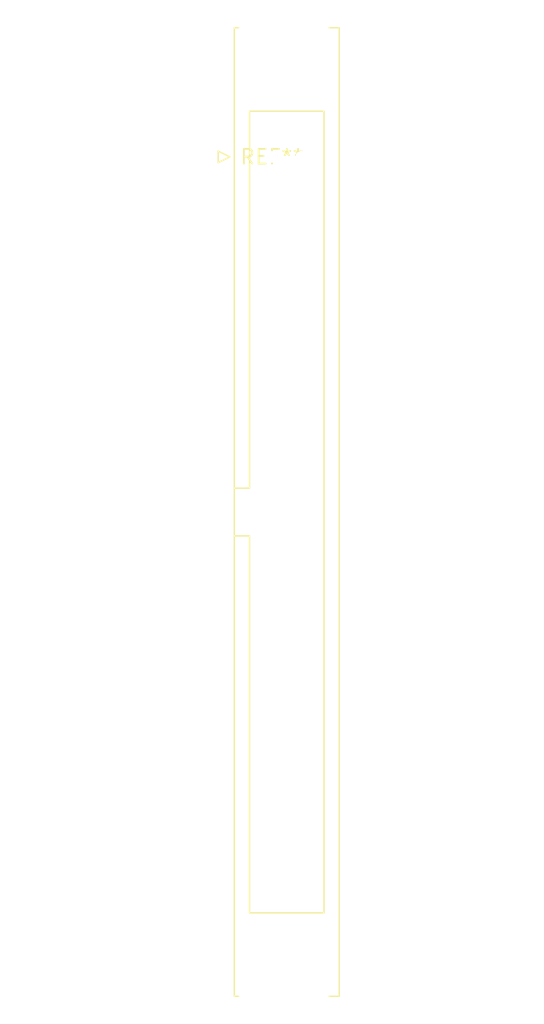
<source format=kicad_pcb>
(kicad_pcb (version 20240108) (generator pcbnew)
  (layers (0 "F.Cu" signal) (31 "B.Cu" signal) (34 "B.Paste" user) (35 "F.Paste" user) (36 "B.SilkS" user "B.Silkscreen") (37 "F.SilkS" user "F.Silkscreen") (38 "B.Mask" user) (39 "F.Mask" user) (44 "Edge.Cuts" user))
  (net 0 "")
  (footprint "IDC-Header_2x25-1MP_P2.54mm_Latch_Vertical" (layer "F.Cu") (at 0 0)
    (property "Reference" "REF**")
    (property "Value" "IDC-Header_2x25-1MP_P2.54mm_Latch_Vertical")
    (fp_line (start -4.63 -0.5) (end -4.63 0.5) (layer "F.SilkS") (stroke (width 0.12)))
    (fp_line (start -4.63 0.5) (end -3.63 0) (layer "F.SilkS") (stroke (width 0.12)))
    (fp_line (start -3.63 0) (end -4.63 -0.5) (layer "F.SilkS") (stroke (width 0.12)))
    (fp_line (start -3.24 -11.08) (end -3.24 72.04) (layer "F.SilkS") (stroke (width 0.12)))
    (fp_line (start -3.24 28.43) (end -1.93 28.43) (layer "F.SilkS") (stroke (width 0.12)))
    (fp_line (start -3.24 72.04) (end -2.87 72.04) (layer "F.SilkS") (stroke (width 0.12)))
    (fp_line (start -2.87 -11.08) (end -3.24 -11.08) (layer "F.SilkS") (stroke (width 0.12)))
    (fp_line (start -1.93 -3.92) (end 4.47 -3.92) (layer "F.SilkS") (stroke (width 0.12)))
    (fp_line (start -1.93 28.43) (end -1.93 -3.92) (layer "F.SilkS") (stroke (width 0.12)))
    (fp_line (start -1.93 32.53) (end -3.24 32.53) (layer "F.SilkS") (stroke (width 0.12)))
    (fp_line (start -1.93 32.53) (end -1.93 32.53) (layer "F.SilkS") (stroke (width 0.12)))
    (fp_line (start -1.93 64.88) (end -1.93 32.53) (layer "F.SilkS") (stroke (width 0.12)))
    (fp_line (start 4.47 -3.92) (end 4.47 64.88) (layer "F.SilkS") (stroke (width 0.12)))
    (fp_line (start 4.47 64.88) (end -1.93 64.88) (layer "F.SilkS") (stroke (width 0.12)))
    (fp_line (start 4.91 -11.08) (end 5.78 -11.08) (layer "F.SilkS") (stroke (width 0.12)))
    (fp_line (start 5.78 -11.08) (end 5.78 72.04) (layer "F.SilkS") (stroke (width 0.12)))
    (fp_line (start 5.78 72.04) (end 4.91 72.04) (layer "F.SilkS") (stroke (width 0.12)))
    (pad "1" thru_hole roundrect (at 0 0) (size 1.7 1.7) (drill 1) (layers *.Cu *.Mask) (remove_unused_layers) (roundrect_rratio 0.147059))
    (pad "2" thru_hole circle (at 2.54 0) (size 1.7 1.7) (drill 1) (layers *.Cu *.Mask) (remove_unused_layers))
    (pad "3" thru_hole circle (at 0 2.54) (size 1.7 1.7) (drill 1) (layers *.Cu *.Mask) (remove_unused_layers))
    (pad "4" thru_hole circle (at 2.54 2.54) (size 1.7 1.7) (drill 1) (layers *.Cu *.Mask) (remove_unused_layers))
    (pad "5" thru_hole circle (at 0 5.08) (size 1.7 1.7) (drill 1) (layers *.Cu *.Mask) (remove_unused_layers))
    (pad "6" thru_hole circle (at 2.54 5.08) (size 1.7 1.7) (drill 1) (layers *.Cu *.Mask) (remove_unused_layers))
    (pad "7" thru_hole circle (at 0 7.62) (size 1.7 1.7) (drill 1) (layers *.Cu *.Mask) (remove_unused_layers))
    (pad "8" thru_hole circle (at 2.54 7.62) (size 1.7 1.7) (drill 1) (layers *.Cu *.Mask) (remove_unused_layers))
    (pad "9" thru_hole circle (at 0 10.16) (size 1.7 1.7) (drill 1) (layers *.Cu *.Mask) (remove_unused_layers))
    (pad "10" thru_hole circle (at 2.54 10.16) (size 1.7 1.7) (drill 1) (layers *.Cu *.Mask) (remove_unused_layers))
    (pad "11" thru_hole circle (at 0 12.7) (size 1.7 1.7) (drill 1) (layers *.Cu *.Mask) (remove_unused_layers))
    (pad "12" thru_hole circle (at 2.54 12.7) (size 1.7 1.7) (drill 1) (layers *.Cu *.Mask) (remove_unused_layers))
    (pad "13" thru_hole circle (at 0 15.24) (size 1.7 1.7) (drill 1) (layers *.Cu *.Mask) (remove_unused_layers))
    (pad "14" thru_hole circle (at 2.54 15.24) (size 1.7 1.7) (drill 1) (layers *.Cu *.Mask) (remove_unused_layers))
    (pad "15" thru_hole circle (at 0 17.78) (size 1.7 1.7) (drill 1) (layers *.Cu *.Mask) (remove_unused_layers))
    (pad "16" thru_hole circle (at 2.54 17.78) (size 1.7 1.7) (drill 1) (layers *.Cu *.Mask) (remove_unused_layers))
    (pad "17" thru_hole circle (at 0 20.32) (size 1.7 1.7) (drill 1) (layers *.Cu *.Mask) (remove_unused_layers))
    (pad "18" thru_hole circle (at 2.54 20.32) (size 1.7 1.7) (drill 1) (layers *.Cu *.Mask) (remove_unused_layers))
    (pad "19" thru_hole circle (at 0 22.86) (size 1.7 1.7) (drill 1) (layers *.Cu *.Mask) (remove_unused_layers))
    (pad "20" thru_hole circle (at 2.54 22.86) (size 1.7 1.7) (drill 1) (layers *.Cu *.Mask) (remove_unused_layers))
    (pad "21" thru_hole circle (at 0 25.4) (size 1.7 1.7) (drill 1) (layers *.Cu *.Mask) (remove_unused_layers))
    (pad "22" thru_hole circle (at 2.54 25.4) (size 1.7 1.7) (drill 1) (layers *.Cu *.Mask) (remove_unused_layers))
    (pad "23" thru_hole circle (at 0 27.94) (size 1.7 1.7) (drill 1) (layers *.Cu *.Mask) (remove_unused_layers))
    (pad "24" thru_hole circle (at 2.54 27.94) (size 1.7 1.7) (drill 1) (layers *.Cu *.Mask) (remove_unused_layers))
    (pad "25" thru_hole circle (at 0 30.48) (size 1.7 1.7) (drill 1) (layers *.Cu *.Mask) (remove_unused_layers))
    (pad "26" thru_hole circle (at 2.54 30.48) (size 1.7 1.7) (drill 1) (layers *.Cu *.Mask) (remove_unused_layers))
    (pad "27" thru_hole circle (at 0 33.02) (size 1.7 1.7) (drill 1) (layers *.Cu *.Mask) (remove_unused_layers))
    (pad "28" thru_hole circle (at 2.54 33.02) (size 1.7 1.7) (drill 1) (layers *.Cu *.Mask) (remove_unused_layers))
    (pad "29" thru_hole circle (at 0 35.56) (size 1.7 1.7) (drill 1) (layers *.Cu *.Mask) (remove_unused_layers))
    (pad "30" thru_hole circle (at 2.54 35.56) (size 1.7 1.7) (drill 1) (layers *.Cu *.Mask) (remove_unused_layers))
    (pad "31" thru_hole circle (at 0 38.1) (size 1.7 1.7) (drill 1) (layers *.Cu *.Mask) (remove_unused_layers))
    (pad "32" thru_hole circle (at 2.54 38.1) (size 1.7 1.7) (drill 1) (layers *.Cu *.Mask) (remove_unused_layers))
    (pad "33" thru_hole circle (at 0 40.64) (size 1.7 1.7) (drill 1) (layers *.Cu *.Mask) (remove_unused_layers))
    (pad "34" thru_hole circle (at 2.54 40.64) (size 1.7 1.7) (drill 1) (layers *.Cu *.Mask) (remove_unused_layers))
    (pad "35" thru_hole circle (at 0 43.18) (size 1.7 1.7) (drill 1) (layers *.Cu *.Mask) (remove_unused_layers))
    (pad "36" thru_hole circle (at 2.54 43.18) (size 1.7 1.7) (drill 1) (layers *.Cu *.Mask) (remove_unused_layers))
    (pad "37" thru_hole circle (at 0 45.72) (size 1.7 1.7) (drill 1) (layers *.Cu *.Mask) (remove_unused_layers))
    (pad "38" thru_hole circle (at 2.54 45.72) (size 1.7 1.7) (drill 1) (layers *.Cu *.Mask) (remove_unused_layers))
    (pad "39" thru_hole circle (at 0 48.26) (size 1.7 1.7) (drill 1) (layers *.Cu *.Mask) (remove_unused_layers))
    (pad "40" thru_hole circle (at 2.54 48.26) (size 1.7 1.7) (drill 1) (layers *.Cu *.Mask) (remove_unused_layers))
    (pad "41" thru_hole circle (at 0 50.8) (size 1.7 1.7) (drill 1) (layers *.Cu *.Mask) (remove_unused_layers))
    (pad "42" thru_hole circle (at 2.54 50.8) (size 1.7 1.7) (drill 1) (layers *.Cu *.Mask) (remove_unused_layers))
    (pad "43" thru_hole circle (at 0 53.34) (size 1.7 1.7) (drill 1) (layers *.Cu *.Mask) (remove_unused_layers))
    (pad "44" thru_hole circle (at 2.54 53.34) (size 1.7 1.7) (drill 1) (layers *.Cu *.Mask) (remove_unused_layers))
    (pad "45" thru_hole circle (at 0 55.88) (size 1.7 1.7) (drill 1) (layers *.Cu *.Mask) (remove_unused_layers))
    (pad "46" thru_hole circle (at 2.54 55.88) (size 1.7 1.7) (drill 1) (layers *.Cu *.Mask) (remove_unused_layers))
    (pad "47" thru_hole circle (at 0 58.42) (size 1.7 1.7) (drill 1) (layers *.Cu *.Mask) (remove_unused_layers))
    (pad "48" thru_hole circle (at 2.54 58.42) (size 1.7 1.7) (drill 1) (layers *.Cu *.Mask) (remove_unused_layers))
    (pad "49" thru_hole circle (at 0 60.96) (size 1.7 1.7) (drill 1) (layers *.Cu *.Mask) (remove_unused_layers))
    (pad "50" thru_hole circle (at 2.54 60.96) (size 1.7 1.7) (drill 1) (layers *.Cu *.Mask) (remove_unused_layers))
    (pad "MP" thru_hole circle (at 1.02 -8.94) (size 8 8) (drill 2.69) (layers *.Cu *.Mask) (remove_unused_layers))
    (pad "MP" thru_hole circle (at 1.02 69.9) (size 8 8) (drill 2.69) (layers *.Cu *.Mask) (remove_unused_layers))
  )
)
</source>
